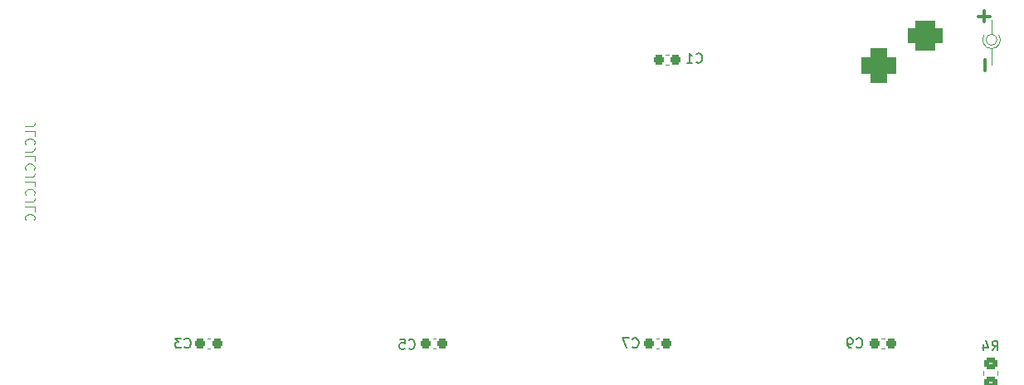
<source format=gbo>
G04 #@! TF.GenerationSoftware,KiCad,Pcbnew,8.0.0-rc1*
G04 #@! TF.CreationDate,2025-07-19T19:17:19+02:00*
G04 #@! TF.ProjectId,Pneumatic control unit system,506e6575-6d61-4746-9963-20636f6e7472,rev?*
G04 #@! TF.SameCoordinates,Original*
G04 #@! TF.FileFunction,Legend,Bot*
G04 #@! TF.FilePolarity,Positive*
%FSLAX46Y46*%
G04 Gerber Fmt 4.6, Leading zero omitted, Abs format (unit mm)*
G04 Created by KiCad (PCBNEW 8.0.0-rc1) date 2025-07-19 19:17:19*
%MOMM*%
%LPD*%
G01*
G04 APERTURE LIST*
G04 Aperture macros list*
%AMRoundRect*
0 Rectangle with rounded corners*
0 $1 Rounding radius*
0 $2 $3 $4 $5 $6 $7 $8 $9 X,Y pos of 4 corners*
0 Add a 4 corners polygon primitive as box body*
4,1,4,$2,$3,$4,$5,$6,$7,$8,$9,$2,$3,0*
0 Add four circle primitives for the rounded corners*
1,1,$1+$1,$2,$3*
1,1,$1+$1,$4,$5*
1,1,$1+$1,$6,$7*
1,1,$1+$1,$8,$9*
0 Add four rect primitives between the rounded corners*
20,1,$1+$1,$2,$3,$4,$5,0*
20,1,$1+$1,$4,$5,$6,$7,0*
20,1,$1+$1,$6,$7,$8,$9,0*
20,1,$1+$1,$8,$9,$2,$3,0*%
G04 Aperture macros list end*
%ADD10C,0.300000*%
%ADD11C,0.120000*%
%ADD12C,0.100000*%
%ADD13C,0.150000*%
%ADD14C,3.200000*%
%ADD15RoundRect,0.250000X0.600000X-0.600000X0.600000X0.600000X-0.600000X0.600000X-0.600000X-0.600000X0*%
%ADD16C,1.700000*%
%ADD17C,2.000000*%
%ADD18R,2.000000X2.000000*%
%ADD19R,3.200000X3.200000*%
%ADD20O,3.200000X3.200000*%
%ADD21R,1.700000X1.700000*%
%ADD22O,1.700000X1.700000*%
%ADD23R,1.600000X1.600000*%
%ADD24O,1.600000X1.600000*%
%ADD25R,3.500000X3.500000*%
%ADD26RoundRect,0.750000X-1.000000X0.750000X-1.000000X-0.750000X1.000000X-0.750000X1.000000X0.750000X0*%
%ADD27RoundRect,0.875000X-0.875000X0.875000X-0.875000X-0.875000X0.875000X-0.875000X0.875000X0.875000X0*%
%ADD28O,2.000000X3.000000*%
%ADD29RoundRect,0.250000X0.450000X-0.350000X0.450000X0.350000X-0.450000X0.350000X-0.450000X-0.350000X0*%
%ADD30RoundRect,0.237500X-0.300000X-0.237500X0.300000X-0.237500X0.300000X0.237500X-0.300000X0.237500X0*%
G04 APERTURE END LIST*
D10*
X200356900Y-108278571D02*
X200356900Y-109421429D01*
X199678571Y-103843100D02*
X200821429Y-103843100D01*
X200250000Y-103271671D02*
X200250000Y-104414528D01*
D11*
X201559018Y-106249999D02*
G75*
G02*
X200440984Y-106249999I-559017J0D01*
G01*
X200440984Y-106249999D02*
G75*
G02*
X201559018Y-106249999I559017J0D01*
G01*
X201750000Y-105750000D02*
G75*
G02*
X200250002Y-105750000I-749999J-499999D01*
G01*
X201000001Y-107149999D02*
X201000001Y-108749999D01*
X201000001Y-105690983D02*
X201000001Y-104249999D01*
D12*
X102372419Y-115089598D02*
X103086704Y-115089598D01*
X103086704Y-115089598D02*
X103229561Y-115041979D01*
X103229561Y-115041979D02*
X103324800Y-114946741D01*
X103324800Y-114946741D02*
X103372419Y-114803884D01*
X103372419Y-114803884D02*
X103372419Y-114708646D01*
X103372419Y-116041979D02*
X103372419Y-115565789D01*
X103372419Y-115565789D02*
X102372419Y-115565789D01*
X103277180Y-116946741D02*
X103324800Y-116899122D01*
X103324800Y-116899122D02*
X103372419Y-116756265D01*
X103372419Y-116756265D02*
X103372419Y-116661027D01*
X103372419Y-116661027D02*
X103324800Y-116518170D01*
X103324800Y-116518170D02*
X103229561Y-116422932D01*
X103229561Y-116422932D02*
X103134323Y-116375313D01*
X103134323Y-116375313D02*
X102943847Y-116327694D01*
X102943847Y-116327694D02*
X102800990Y-116327694D01*
X102800990Y-116327694D02*
X102610514Y-116375313D01*
X102610514Y-116375313D02*
X102515276Y-116422932D01*
X102515276Y-116422932D02*
X102420038Y-116518170D01*
X102420038Y-116518170D02*
X102372419Y-116661027D01*
X102372419Y-116661027D02*
X102372419Y-116756265D01*
X102372419Y-116756265D02*
X102420038Y-116899122D01*
X102420038Y-116899122D02*
X102467657Y-116946741D01*
X102372419Y-117661027D02*
X103086704Y-117661027D01*
X103086704Y-117661027D02*
X103229561Y-117613408D01*
X103229561Y-117613408D02*
X103324800Y-117518170D01*
X103324800Y-117518170D02*
X103372419Y-117375313D01*
X103372419Y-117375313D02*
X103372419Y-117280075D01*
X103372419Y-118613408D02*
X103372419Y-118137218D01*
X103372419Y-118137218D02*
X102372419Y-118137218D01*
X103277180Y-119518170D02*
X103324800Y-119470551D01*
X103324800Y-119470551D02*
X103372419Y-119327694D01*
X103372419Y-119327694D02*
X103372419Y-119232456D01*
X103372419Y-119232456D02*
X103324800Y-119089599D01*
X103324800Y-119089599D02*
X103229561Y-118994361D01*
X103229561Y-118994361D02*
X103134323Y-118946742D01*
X103134323Y-118946742D02*
X102943847Y-118899123D01*
X102943847Y-118899123D02*
X102800990Y-118899123D01*
X102800990Y-118899123D02*
X102610514Y-118946742D01*
X102610514Y-118946742D02*
X102515276Y-118994361D01*
X102515276Y-118994361D02*
X102420038Y-119089599D01*
X102420038Y-119089599D02*
X102372419Y-119232456D01*
X102372419Y-119232456D02*
X102372419Y-119327694D01*
X102372419Y-119327694D02*
X102420038Y-119470551D01*
X102420038Y-119470551D02*
X102467657Y-119518170D01*
X102372419Y-120232456D02*
X103086704Y-120232456D01*
X103086704Y-120232456D02*
X103229561Y-120184837D01*
X103229561Y-120184837D02*
X103324800Y-120089599D01*
X103324800Y-120089599D02*
X103372419Y-119946742D01*
X103372419Y-119946742D02*
X103372419Y-119851504D01*
X103372419Y-121184837D02*
X103372419Y-120708647D01*
X103372419Y-120708647D02*
X102372419Y-120708647D01*
X103277180Y-122089599D02*
X103324800Y-122041980D01*
X103324800Y-122041980D02*
X103372419Y-121899123D01*
X103372419Y-121899123D02*
X103372419Y-121803885D01*
X103372419Y-121803885D02*
X103324800Y-121661028D01*
X103324800Y-121661028D02*
X103229561Y-121565790D01*
X103229561Y-121565790D02*
X103134323Y-121518171D01*
X103134323Y-121518171D02*
X102943847Y-121470552D01*
X102943847Y-121470552D02*
X102800990Y-121470552D01*
X102800990Y-121470552D02*
X102610514Y-121518171D01*
X102610514Y-121518171D02*
X102515276Y-121565790D01*
X102515276Y-121565790D02*
X102420038Y-121661028D01*
X102420038Y-121661028D02*
X102372419Y-121803885D01*
X102372419Y-121803885D02*
X102372419Y-121899123D01*
X102372419Y-121899123D02*
X102420038Y-122041980D01*
X102420038Y-122041980D02*
X102467657Y-122089599D01*
X102372419Y-122803885D02*
X103086704Y-122803885D01*
X103086704Y-122803885D02*
X103229561Y-122756266D01*
X103229561Y-122756266D02*
X103324800Y-122661028D01*
X103324800Y-122661028D02*
X103372419Y-122518171D01*
X103372419Y-122518171D02*
X103372419Y-122422933D01*
X103372419Y-123756266D02*
X103372419Y-123280076D01*
X103372419Y-123280076D02*
X102372419Y-123280076D01*
X103277180Y-124661028D02*
X103324800Y-124613409D01*
X103324800Y-124613409D02*
X103372419Y-124470552D01*
X103372419Y-124470552D02*
X103372419Y-124375314D01*
X103372419Y-124375314D02*
X103324800Y-124232457D01*
X103324800Y-124232457D02*
X103229561Y-124137219D01*
X103229561Y-124137219D02*
X103134323Y-124089600D01*
X103134323Y-124089600D02*
X102943847Y-124041981D01*
X102943847Y-124041981D02*
X102800990Y-124041981D01*
X102800990Y-124041981D02*
X102610514Y-124089600D01*
X102610514Y-124089600D02*
X102515276Y-124137219D01*
X102515276Y-124137219D02*
X102420038Y-124232457D01*
X102420038Y-124232457D02*
X102372419Y-124375314D01*
X102372419Y-124375314D02*
X102372419Y-124470552D01*
X102372419Y-124470552D02*
X102420038Y-124613409D01*
X102420038Y-124613409D02*
X102467657Y-124661028D01*
D13*
X201063726Y-137954819D02*
X201397059Y-137478628D01*
X201635154Y-137954819D02*
X201635154Y-136954819D01*
X201635154Y-136954819D02*
X201254202Y-136954819D01*
X201254202Y-136954819D02*
X201158964Y-137002438D01*
X201158964Y-137002438D02*
X201111345Y-137050057D01*
X201111345Y-137050057D02*
X201063726Y-137145295D01*
X201063726Y-137145295D02*
X201063726Y-137288152D01*
X201063726Y-137288152D02*
X201111345Y-137383390D01*
X201111345Y-137383390D02*
X201158964Y-137431009D01*
X201158964Y-137431009D02*
X201254202Y-137478628D01*
X201254202Y-137478628D02*
X201635154Y-137478628D01*
X200206583Y-137288152D02*
X200206583Y-137954819D01*
X200444678Y-136907200D02*
X200682773Y-137621485D01*
X200682773Y-137621485D02*
X200063726Y-137621485D01*
X118666666Y-137609580D02*
X118714285Y-137657200D01*
X118714285Y-137657200D02*
X118857142Y-137704819D01*
X118857142Y-137704819D02*
X118952380Y-137704819D01*
X118952380Y-137704819D02*
X119095237Y-137657200D01*
X119095237Y-137657200D02*
X119190475Y-137561961D01*
X119190475Y-137561961D02*
X119238094Y-137466723D01*
X119238094Y-137466723D02*
X119285713Y-137276247D01*
X119285713Y-137276247D02*
X119285713Y-137133390D01*
X119285713Y-137133390D02*
X119238094Y-136942914D01*
X119238094Y-136942914D02*
X119190475Y-136847676D01*
X119190475Y-136847676D02*
X119095237Y-136752438D01*
X119095237Y-136752438D02*
X118952380Y-136704819D01*
X118952380Y-136704819D02*
X118857142Y-136704819D01*
X118857142Y-136704819D02*
X118714285Y-136752438D01*
X118714285Y-136752438D02*
X118666666Y-136800057D01*
X118333332Y-136704819D02*
X117714285Y-136704819D01*
X117714285Y-136704819D02*
X118047618Y-137085771D01*
X118047618Y-137085771D02*
X117904761Y-137085771D01*
X117904761Y-137085771D02*
X117809523Y-137133390D01*
X117809523Y-137133390D02*
X117761904Y-137181009D01*
X117761904Y-137181009D02*
X117714285Y-137276247D01*
X117714285Y-137276247D02*
X117714285Y-137514342D01*
X117714285Y-137514342D02*
X117761904Y-137609580D01*
X117761904Y-137609580D02*
X117809523Y-137657200D01*
X117809523Y-137657200D02*
X117904761Y-137704819D01*
X117904761Y-137704819D02*
X118190475Y-137704819D01*
X118190475Y-137704819D02*
X118285713Y-137657200D01*
X118285713Y-137657200D02*
X118333332Y-137609580D01*
X164366666Y-137584580D02*
X164414285Y-137632200D01*
X164414285Y-137632200D02*
X164557142Y-137679819D01*
X164557142Y-137679819D02*
X164652380Y-137679819D01*
X164652380Y-137679819D02*
X164795237Y-137632200D01*
X164795237Y-137632200D02*
X164890475Y-137536961D01*
X164890475Y-137536961D02*
X164938094Y-137441723D01*
X164938094Y-137441723D02*
X164985713Y-137251247D01*
X164985713Y-137251247D02*
X164985713Y-137108390D01*
X164985713Y-137108390D02*
X164938094Y-136917914D01*
X164938094Y-136917914D02*
X164890475Y-136822676D01*
X164890475Y-136822676D02*
X164795237Y-136727438D01*
X164795237Y-136727438D02*
X164652380Y-136679819D01*
X164652380Y-136679819D02*
X164557142Y-136679819D01*
X164557142Y-136679819D02*
X164414285Y-136727438D01*
X164414285Y-136727438D02*
X164366666Y-136775057D01*
X164033332Y-136679819D02*
X163366666Y-136679819D01*
X163366666Y-136679819D02*
X163795237Y-137679819D01*
X141541666Y-137709580D02*
X141589285Y-137757200D01*
X141589285Y-137757200D02*
X141732142Y-137804819D01*
X141732142Y-137804819D02*
X141827380Y-137804819D01*
X141827380Y-137804819D02*
X141970237Y-137757200D01*
X141970237Y-137757200D02*
X142065475Y-137661961D01*
X142065475Y-137661961D02*
X142113094Y-137566723D01*
X142113094Y-137566723D02*
X142160713Y-137376247D01*
X142160713Y-137376247D02*
X142160713Y-137233390D01*
X142160713Y-137233390D02*
X142113094Y-137042914D01*
X142113094Y-137042914D02*
X142065475Y-136947676D01*
X142065475Y-136947676D02*
X141970237Y-136852438D01*
X141970237Y-136852438D02*
X141827380Y-136804819D01*
X141827380Y-136804819D02*
X141732142Y-136804819D01*
X141732142Y-136804819D02*
X141589285Y-136852438D01*
X141589285Y-136852438D02*
X141541666Y-136900057D01*
X140636904Y-136804819D02*
X141113094Y-136804819D01*
X141113094Y-136804819D02*
X141160713Y-137281009D01*
X141160713Y-137281009D02*
X141113094Y-137233390D01*
X141113094Y-137233390D02*
X141017856Y-137185771D01*
X141017856Y-137185771D02*
X140779761Y-137185771D01*
X140779761Y-137185771D02*
X140684523Y-137233390D01*
X140684523Y-137233390D02*
X140636904Y-137281009D01*
X140636904Y-137281009D02*
X140589285Y-137376247D01*
X140589285Y-137376247D02*
X140589285Y-137614342D01*
X140589285Y-137614342D02*
X140636904Y-137709580D01*
X140636904Y-137709580D02*
X140684523Y-137757200D01*
X140684523Y-137757200D02*
X140779761Y-137804819D01*
X140779761Y-137804819D02*
X141017856Y-137804819D01*
X141017856Y-137804819D02*
X141113094Y-137757200D01*
X141113094Y-137757200D02*
X141160713Y-137709580D01*
X187216666Y-137584580D02*
X187264285Y-137632200D01*
X187264285Y-137632200D02*
X187407142Y-137679819D01*
X187407142Y-137679819D02*
X187502380Y-137679819D01*
X187502380Y-137679819D02*
X187645237Y-137632200D01*
X187645237Y-137632200D02*
X187740475Y-137536961D01*
X187740475Y-137536961D02*
X187788094Y-137441723D01*
X187788094Y-137441723D02*
X187835713Y-137251247D01*
X187835713Y-137251247D02*
X187835713Y-137108390D01*
X187835713Y-137108390D02*
X187788094Y-136917914D01*
X187788094Y-136917914D02*
X187740475Y-136822676D01*
X187740475Y-136822676D02*
X187645237Y-136727438D01*
X187645237Y-136727438D02*
X187502380Y-136679819D01*
X187502380Y-136679819D02*
X187407142Y-136679819D01*
X187407142Y-136679819D02*
X187264285Y-136727438D01*
X187264285Y-136727438D02*
X187216666Y-136775057D01*
X186740475Y-137679819D02*
X186549999Y-137679819D01*
X186549999Y-137679819D02*
X186454761Y-137632200D01*
X186454761Y-137632200D02*
X186407142Y-137584580D01*
X186407142Y-137584580D02*
X186311904Y-137441723D01*
X186311904Y-137441723D02*
X186264285Y-137251247D01*
X186264285Y-137251247D02*
X186264285Y-136870295D01*
X186264285Y-136870295D02*
X186311904Y-136775057D01*
X186311904Y-136775057D02*
X186359523Y-136727438D01*
X186359523Y-136727438D02*
X186454761Y-136679819D01*
X186454761Y-136679819D02*
X186645237Y-136679819D01*
X186645237Y-136679819D02*
X186740475Y-136727438D01*
X186740475Y-136727438D02*
X186788094Y-136775057D01*
X186788094Y-136775057D02*
X186835713Y-136870295D01*
X186835713Y-136870295D02*
X186835713Y-137108390D01*
X186835713Y-137108390D02*
X186788094Y-137203628D01*
X186788094Y-137203628D02*
X186740475Y-137251247D01*
X186740475Y-137251247D02*
X186645237Y-137298866D01*
X186645237Y-137298866D02*
X186454761Y-137298866D01*
X186454761Y-137298866D02*
X186359523Y-137251247D01*
X186359523Y-137251247D02*
X186311904Y-137203628D01*
X186311904Y-137203628D02*
X186264285Y-137108390D01*
X170869866Y-108521380D02*
X170917485Y-108569000D01*
X170917485Y-108569000D02*
X171060342Y-108616619D01*
X171060342Y-108616619D02*
X171155580Y-108616619D01*
X171155580Y-108616619D02*
X171298437Y-108569000D01*
X171298437Y-108569000D02*
X171393675Y-108473761D01*
X171393675Y-108473761D02*
X171441294Y-108378523D01*
X171441294Y-108378523D02*
X171488913Y-108188047D01*
X171488913Y-108188047D02*
X171488913Y-108045190D01*
X171488913Y-108045190D02*
X171441294Y-107854714D01*
X171441294Y-107854714D02*
X171393675Y-107759476D01*
X171393675Y-107759476D02*
X171298437Y-107664238D01*
X171298437Y-107664238D02*
X171155580Y-107616619D01*
X171155580Y-107616619D02*
X171060342Y-107616619D01*
X171060342Y-107616619D02*
X170917485Y-107664238D01*
X170917485Y-107664238D02*
X170869866Y-107711857D01*
X169917485Y-108616619D02*
X170488913Y-108616619D01*
X170203199Y-108616619D02*
X170203199Y-107616619D01*
X170203199Y-107616619D02*
X170298437Y-107759476D01*
X170298437Y-107759476D02*
X170393675Y-107854714D01*
X170393675Y-107854714D02*
X170488913Y-107902333D01*
D11*
X200162060Y-140022936D02*
X200162060Y-140477064D01*
X201632060Y-140022936D02*
X201632060Y-140477064D01*
X121283767Y-136740000D02*
X120991233Y-136740000D01*
X121283767Y-137760000D02*
X120991233Y-137760000D01*
X167083767Y-136740000D02*
X166791233Y-136740000D01*
X167083767Y-137760000D02*
X166791233Y-137760000D01*
X144283767Y-136740000D02*
X143991233Y-136740000D01*
X144283767Y-137760000D02*
X143991233Y-137760000D01*
X190083767Y-136740000D02*
X189791233Y-136740000D01*
X190083767Y-137760000D02*
X189791233Y-137760000D01*
X168054567Y-107735000D02*
X167762033Y-107735000D01*
X168054567Y-108755000D02*
X167762033Y-108755000D01*
%LPC*%
D14*
X205600000Y-104750000D03*
D15*
X183600000Y-144540000D03*
D16*
X183600000Y-142000000D03*
X186140000Y-144540000D03*
X186140000Y-142000000D03*
X188680000Y-144540000D03*
X188680000Y-142000000D03*
X191220000Y-144540000D03*
X191220000Y-142000000D03*
X193760000Y-144540000D03*
X193760000Y-142000000D03*
D17*
X103750000Y-138500000D03*
D15*
X160600000Y-144540000D03*
D16*
X160600000Y-142000000D03*
X163140000Y-144540000D03*
X163140000Y-142000000D03*
X165680000Y-144540000D03*
X165680000Y-142000000D03*
X168220000Y-144540000D03*
X168220000Y-142000000D03*
X170760000Y-144540000D03*
X170760000Y-142000000D03*
D18*
X137800000Y-127800000D03*
D17*
X137800000Y-132800000D03*
D19*
X112200000Y-122400000D03*
D20*
X112200000Y-107160000D03*
D15*
X115000000Y-144540000D03*
D16*
X115000000Y-142000000D03*
X117540000Y-144540000D03*
X117540000Y-142000000D03*
X120080000Y-144540000D03*
X120080000Y-142000000D03*
X122620000Y-144540000D03*
X122620000Y-142000000D03*
X125160000Y-144540000D03*
X125160000Y-142000000D03*
D18*
X150200000Y-127800000D03*
D17*
X150200000Y-132800000D03*
D21*
X183200000Y-103195000D03*
D22*
X183200000Y-105735000D03*
X183200000Y-108275000D03*
X183200000Y-110815000D03*
X183200000Y-113355000D03*
X183200000Y-115895000D03*
X183200000Y-118435000D03*
X183200000Y-120975000D03*
D14*
X205600000Y-146000000D03*
D15*
X137800000Y-144540000D03*
D16*
X137800000Y-142000000D03*
X140340000Y-144540000D03*
X140340000Y-142000000D03*
X142880000Y-144540000D03*
X142880000Y-142000000D03*
X145420000Y-144540000D03*
X145420000Y-142000000D03*
X147960000Y-144540000D03*
X147960000Y-142000000D03*
D19*
X150200000Y-122400000D03*
D20*
X150200000Y-107160000D03*
D14*
X103500000Y-146000000D03*
D19*
X137800000Y-122400000D03*
D20*
X137800000Y-107160000D03*
D23*
X179703200Y-103200000D03*
D24*
X179703200Y-105740000D03*
X179703200Y-108280000D03*
X179703200Y-110820000D03*
X179703200Y-113360000D03*
X179703200Y-115900000D03*
X179703200Y-118440000D03*
X179703200Y-120980000D03*
X179703200Y-123520000D03*
X177163200Y-123520000D03*
X174623200Y-123520000D03*
X172083200Y-123520000D03*
X169543200Y-123520000D03*
X167003200Y-123520000D03*
X164463200Y-123520000D03*
X164463200Y-120980000D03*
X164463200Y-118440000D03*
X164463200Y-115900000D03*
X164463200Y-113360000D03*
X164463200Y-110820000D03*
X164463200Y-108280000D03*
X164463200Y-105740000D03*
X164463200Y-103200000D03*
D21*
X200600000Y-132000000D03*
D22*
X200600000Y-134540000D03*
D25*
X194200000Y-111850000D03*
D26*
X194200000Y-105850000D03*
D27*
X189500000Y-108850000D03*
D19*
X125200000Y-122400000D03*
D20*
X125200000Y-107160000D03*
D18*
X112250000Y-127850000D03*
D17*
X112250000Y-132850000D03*
D14*
X103500000Y-104750000D03*
D18*
X125200000Y-127832323D03*
D17*
X125200000Y-132832323D03*
D28*
X194203200Y-131850000D03*
X191663200Y-131850000D03*
D29*
X200897060Y-141250000D03*
X200897060Y-139250000D03*
D30*
X120275000Y-137250000D03*
X122000000Y-137250000D03*
X166075000Y-137250000D03*
X167800000Y-137250000D03*
X143275000Y-137250000D03*
X145000000Y-137250000D03*
X189075000Y-137250000D03*
X190800000Y-137250000D03*
X167045800Y-108245000D03*
X168770800Y-108245000D03*
%LPD*%
M02*

</source>
